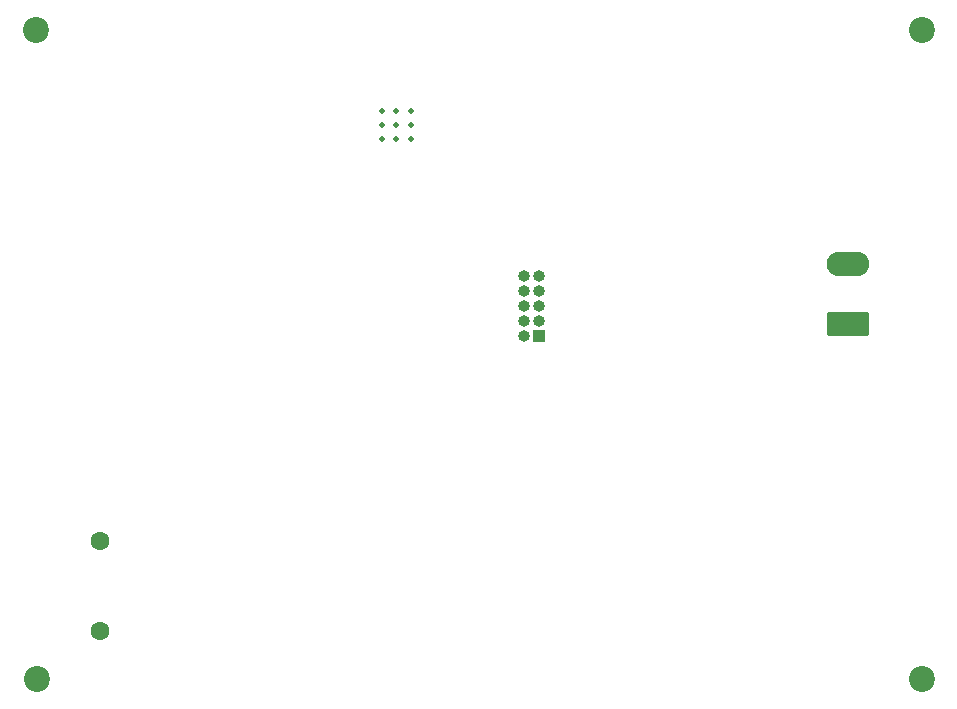
<source format=gbr>
%TF.GenerationSoftware,KiCad,Pcbnew,(6.0.6)*%
%TF.CreationDate,2022-08-28T11:43:10+01:00*%
%TF.ProjectId,task,7461736b-2e6b-4696-9361-645f70636258,rev?*%
%TF.SameCoordinates,Original*%
%TF.FileFunction,Soldermask,Bot*%
%TF.FilePolarity,Negative*%
%FSLAX46Y46*%
G04 Gerber Fmt 4.6, Leading zero omitted, Abs format (unit mm)*
G04 Created by KiCad (PCBNEW (6.0.6)) date 2022-08-28 11:43:10*
%MOMM*%
%LPD*%
G01*
G04 APERTURE LIST*
G04 Aperture macros list*
%AMRoundRect*
0 Rectangle with rounded corners*
0 $1 Rounding radius*
0 $2 $3 $4 $5 $6 $7 $8 $9 X,Y pos of 4 corners*
0 Add a 4 corners polygon primitive as box body*
4,1,4,$2,$3,$4,$5,$6,$7,$8,$9,$2,$3,0*
0 Add four circle primitives for the rounded corners*
1,1,$1+$1,$2,$3*
1,1,$1+$1,$4,$5*
1,1,$1+$1,$6,$7*
1,1,$1+$1,$8,$9*
0 Add four rect primitives between the rounded corners*
20,1,$1+$1,$2,$3,$4,$5,0*
20,1,$1+$1,$4,$5,$6,$7,0*
20,1,$1+$1,$6,$7,$8,$9,0*
20,1,$1+$1,$8,$9,$2,$3,0*%
G04 Aperture macros list end*
%ADD10C,2.200000*%
%ADD11C,0.500000*%
%ADD12C,1.600000*%
%ADD13R,1.000000X1.000000*%
%ADD14O,1.000000X1.000000*%
%ADD15RoundRect,0.249999X1.550001X-0.790001X1.550001X0.790001X-1.550001X0.790001X-1.550001X-0.790001X0*%
%ADD16O,3.600000X2.080000*%
G04 APERTURE END LIST*
D10*
%TO.C,H1*%
X127500000Y-87500000D03*
%TD*%
%TO.C,H2*%
X202500000Y-87500000D03*
%TD*%
D11*
%TO.C,U3*%
X158026550Y-95585000D03*
X156826550Y-95585000D03*
X159226550Y-95585000D03*
X156826550Y-94385000D03*
X158026550Y-94385000D03*
X159226550Y-94385000D03*
X156826550Y-96785000D03*
X158026550Y-96785000D03*
X159226550Y-96785000D03*
%TD*%
D10*
%TO.C,H4*%
X127620000Y-142500000D03*
%TD*%
D12*
%TO.C,R6*%
X132900000Y-130800000D03*
X132900000Y-138400000D03*
%TD*%
D13*
%TO.C,J2*%
X170110000Y-113420000D03*
D14*
X168840000Y-113420000D03*
X170110000Y-112150000D03*
X168840000Y-112150000D03*
X170110000Y-110880000D03*
X168840000Y-110880000D03*
X170110000Y-109610000D03*
X168840000Y-109610000D03*
X170110000Y-108340000D03*
X168840000Y-108340000D03*
%TD*%
D15*
%TO.C,J1*%
X196272500Y-112440000D03*
D16*
X196272500Y-107360000D03*
%TD*%
D10*
%TO.C,H3*%
X202500000Y-142500000D03*
%TD*%
M02*

</source>
